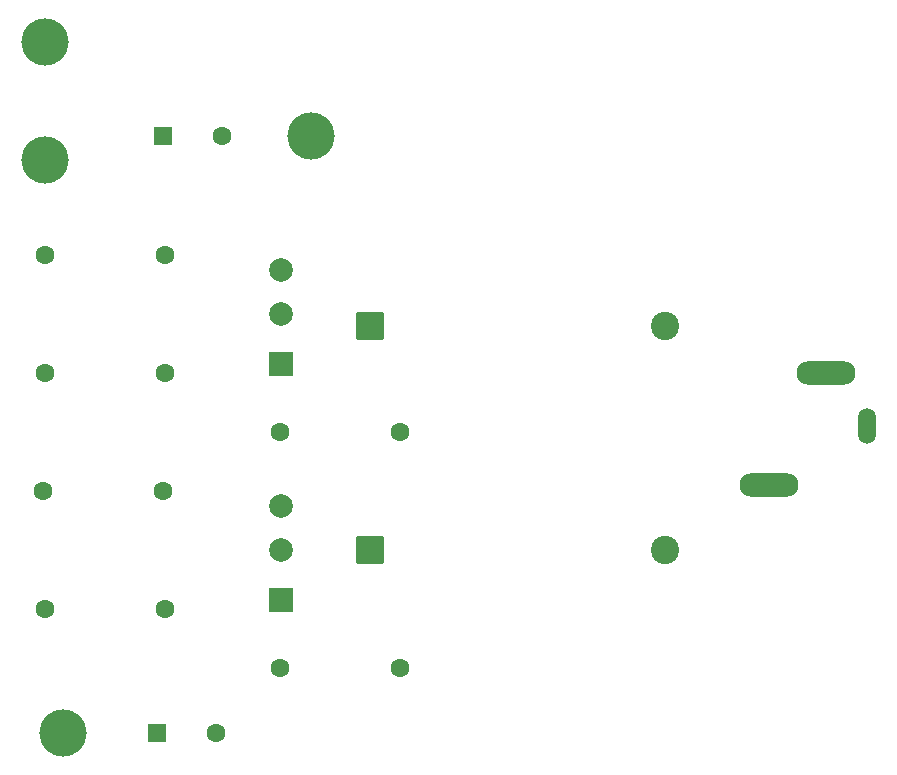
<source format=gbr>
%TF.GenerationSoftware,KiCad,Pcbnew,9.0.2*%
%TF.CreationDate,2025-06-19T00:07:16-03:00*%
%TF.ProjectId,emitterFollower,656d6974-7465-4724-966f-6c6c6f776572,rev?*%
%TF.SameCoordinates,Original*%
%TF.FileFunction,Copper,L1,Top*%
%TF.FilePolarity,Positive*%
%FSLAX46Y46*%
G04 Gerber Fmt 4.6, Leading zero omitted, Abs format (unit mm)*
G04 Created by KiCad (PCBNEW 9.0.2) date 2025-06-19 00:07:16*
%MOMM*%
%LPD*%
G01*
G04 APERTURE LIST*
G04 Aperture macros list*
%AMRoundRect*
0 Rectangle with rounded corners*
0 $1 Rounding radius*
0 $2 $3 $4 $5 $6 $7 $8 $9 X,Y pos of 4 corners*
0 Add a 4 corners polygon primitive as box body*
4,1,4,$2,$3,$4,$5,$6,$7,$8,$9,$2,$3,0*
0 Add four circle primitives for the rounded corners*
1,1,$1+$1,$2,$3*
1,1,$1+$1,$4,$5*
1,1,$1+$1,$6,$7*
1,1,$1+$1,$8,$9*
0 Add four rect primitives between the rounded corners*
20,1,$1+$1,$2,$3,$4,$5,0*
20,1,$1+$1,$4,$5,$6,$7,0*
20,1,$1+$1,$6,$7,$8,$9,0*
20,1,$1+$1,$8,$9,$2,$3,0*%
G04 Aperture macros list end*
%TA.AperFunction,ComponentPad*%
%ADD10O,1.508000X3.016000*%
%TD*%
%TA.AperFunction,ComponentPad*%
%ADD11O,5.000000X2.000000*%
%TD*%
%TA.AperFunction,ComponentPad*%
%ADD12C,4.000000*%
%TD*%
%TA.AperFunction,ComponentPad*%
%ADD13RoundRect,0.250000X-0.550000X-0.550000X0.550000X-0.550000X0.550000X0.550000X-0.550000X0.550000X0*%
%TD*%
%TA.AperFunction,ComponentPad*%
%ADD14C,1.600000*%
%TD*%
%TA.AperFunction,ComponentPad*%
%ADD15R,2.000000X2.000000*%
%TD*%
%TA.AperFunction,ComponentPad*%
%ADD16C,2.000000*%
%TD*%
%TA.AperFunction,ComponentPad*%
%ADD17RoundRect,0.250001X-0.949999X-0.949999X0.949999X-0.949999X0.949999X0.949999X-0.949999X0.949999X0*%
%TD*%
%TA.AperFunction,ComponentPad*%
%ADD18C,2.400000*%
%TD*%
G04 APERTURE END LIST*
D10*
%TO.P,J1,1*%
%TO.N,GND*%
X174600000Y-64500000D03*
D11*
%TO.P,J1,2*%
%TO.N,L*%
X171100000Y-60000000D03*
%TO.P,J1,3*%
%TO.N,R*%
X166300000Y-69500000D03*
%TD*%
D12*
%TO.P,TP4,1,1*%
%TO.N,RSIGNAL*%
X106500000Y-90500000D03*
%TD*%
D13*
%TO.P,C3,1*%
%TO.N,RSIGNAL*%
X114500000Y-90500000D03*
D14*
%TO.P,C3,2*%
%TO.N,Net-(Q2-B)*%
X119500000Y-90500000D03*
%TD*%
%TO.P,R7,1*%
%TO.N,Net-(Q1-E)*%
X124920000Y-65000000D03*
%TO.P,R7,2*%
%TO.N,GND*%
X135080000Y-65000000D03*
%TD*%
D15*
%TO.P,Q1,1,E*%
%TO.N,Net-(Q1-E)*%
X125000000Y-59270000D03*
D16*
%TO.P,Q1,2,B*%
%TO.N,Net-(Q1-B)*%
X125000000Y-55000000D03*
%TO.P,Q1,3,C*%
%TO.N,+5V*%
X125000000Y-51270000D03*
%TD*%
%TO.P,Q2,3,C*%
%TO.N,+5V*%
X125000000Y-71270000D03*
D15*
%TO.P,Q2,1,E*%
%TO.N,Net-(Q2-E)*%
X125000000Y-79270000D03*
D16*
%TO.P,Q2,2,B*%
%TO.N,Net-(Q2-B)*%
X125000000Y-75000000D03*
%TD*%
D12*
%TO.P,TP3,1,1*%
%TO.N,GND*%
X105000000Y-42000000D03*
%TD*%
%TO.P,TP2,1,1*%
%TO.N,LSIGNAL*%
X127500000Y-40000000D03*
%TD*%
%TO.P,TP1,1,1*%
%TO.N,+5V*%
X105000000Y-32000000D03*
%TD*%
D14*
%TO.P,R6,1*%
%TO.N,Net-(Q2-E)*%
X124920000Y-85000000D03*
%TO.P,R6,2*%
%TO.N,GND*%
X135080000Y-85000000D03*
%TD*%
%TO.P,R5,1*%
%TO.N,Net-(Q2-B)*%
X115160000Y-80000000D03*
%TO.P,R5,2*%
%TO.N,GND*%
X105000000Y-80000000D03*
%TD*%
%TO.P,R4,1*%
%TO.N,+5V*%
X104840000Y-70000000D03*
%TO.P,R4,2*%
%TO.N,Net-(Q2-B)*%
X115000000Y-70000000D03*
%TD*%
%TO.P,R2,1*%
%TO.N,Net-(Q1-B)*%
X115160000Y-60000000D03*
%TO.P,R2,2*%
%TO.N,GND*%
X105000000Y-60000000D03*
%TD*%
%TO.P,R1,1*%
%TO.N,+5V*%
X105000000Y-50000000D03*
%TO.P,R1,2*%
%TO.N,Net-(Q1-B)*%
X115160000Y-50000000D03*
%TD*%
D17*
%TO.P,C4,1*%
%TO.N,Net-(Q2-E)*%
X132500000Y-75017500D03*
D18*
%TO.P,C4,2*%
%TO.N,R*%
X157500000Y-75017500D03*
%TD*%
D17*
%TO.P,C2,1*%
%TO.N,Net-(Q1-E)*%
X132500000Y-56017500D03*
D18*
%TO.P,C2,2*%
%TO.N,L*%
X157500000Y-56017500D03*
%TD*%
D13*
%TO.P,C1,1*%
%TO.N,LSIGNAL*%
X115000000Y-40000000D03*
D14*
%TO.P,C1,2*%
%TO.N,Net-(Q1-B)*%
X120000000Y-40000000D03*
%TD*%
M02*

</source>
